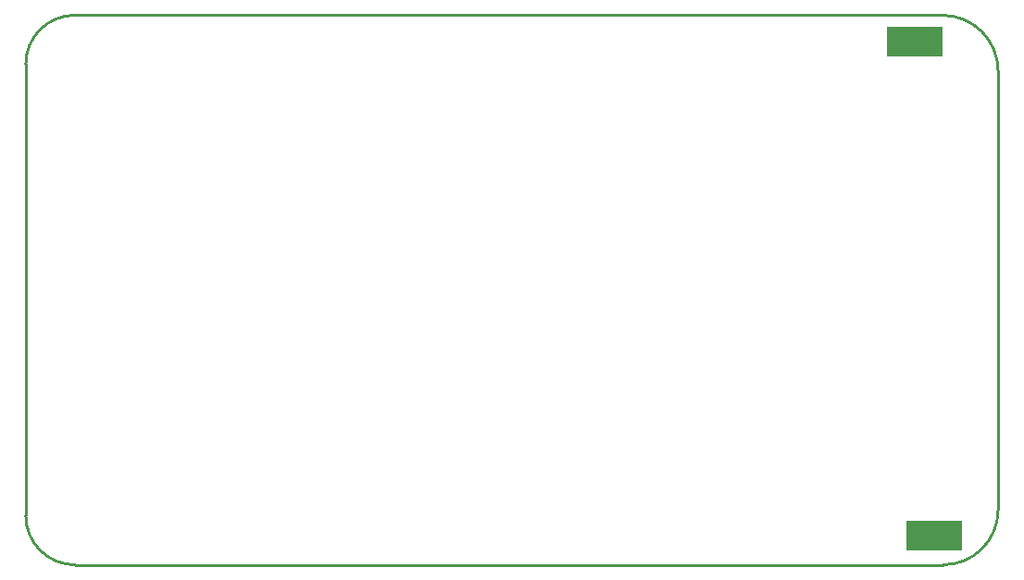
<source format=gbp>
G04*
G04 #@! TF.GenerationSoftware,Altium Limited,Altium Designer,20.0.13 (296)*
G04*
G04 Layer_Color=128*
%FSLAX25Y25*%
%MOIN*%
G70*
G01*
G75*
%ADD11C,0.01000*%
%ADD69R,0.20015X0.10982*%
D11*
X330325D02*
G03*
X350065Y19739I0J19739D01*
G01*
X350064Y177977D02*
G03*
X330009Y198033I-20056J0D01*
G01*
X17619Y198033D02*
G03*
X0Y180413I0J-17619D01*
G01*
Y17716D02*
G03*
X17717Y0I17716J-0D01*
G01*
X350065Y177977D02*
X350065Y19739D01*
X17620Y198033D02*
X330009Y198033D01*
X0Y17717D02*
Y180413D01*
X17717Y0D02*
X330325D01*
D69*
X326968Y10640D02*
D03*
X320122Y188574D02*
D03*
M02*

</source>
